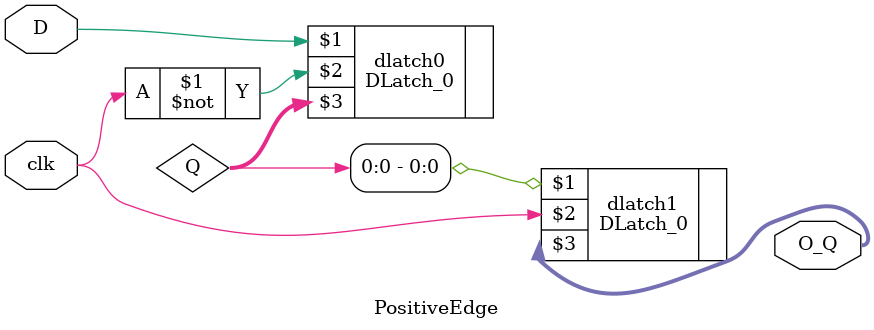
<source format=v>
module PositiveEdge (
	input D,
	input clk,
	output [1:0] O_Q
	);
	
	wire [1:0] Q;
	
	DLatch_0 dlatch0 (D, ~clk, Q);
	DLatch_0 dlatch1 (Q[0], clk, O_Q);

endmodule

</source>
